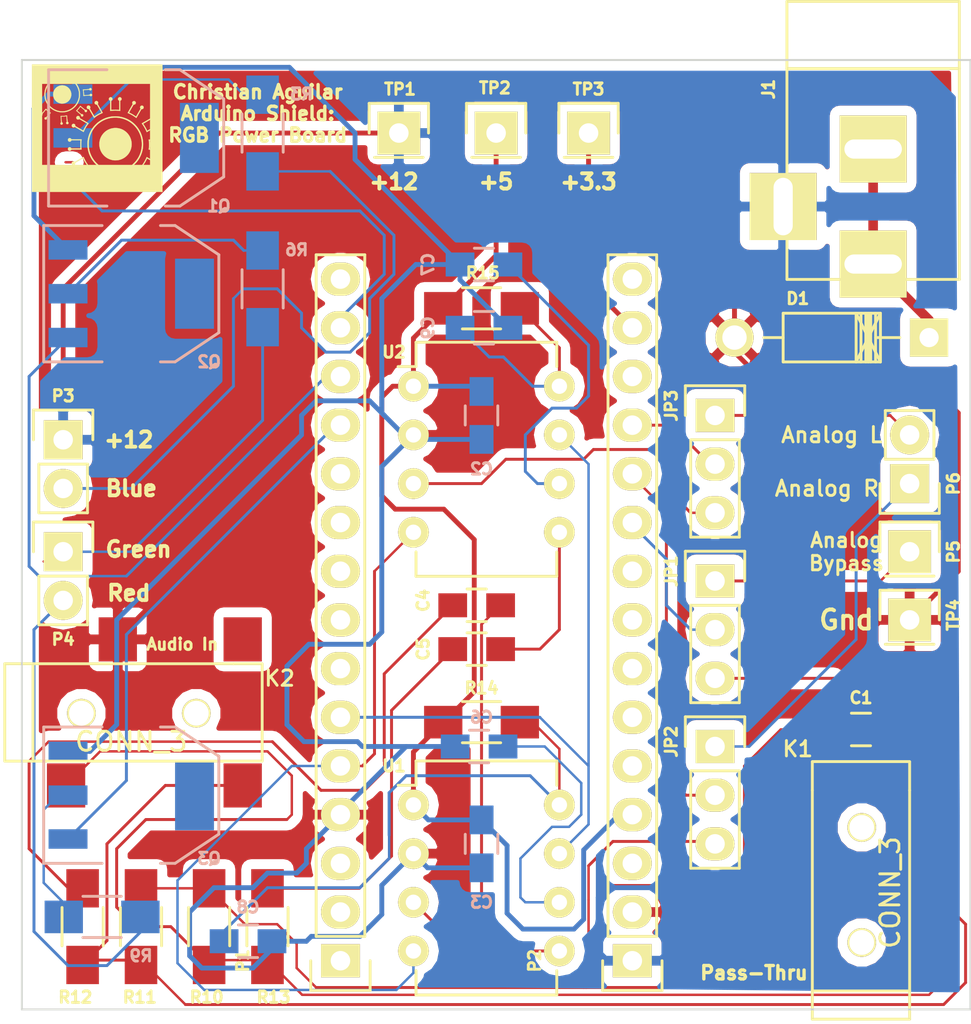
<source format=kicad_pcb>
(kicad_pcb (version 4) (host pcbnew 4.0.4-stable)
  (title_block (title GamingLighting) (date 2016-10-03) (rev A) (comment 1 "Christian Aguilar"))
  (layers (0 F.Cu signal) (31 B.Cu signal) (34 B.Paste user) (35 F.Paste user) (36 B.SilkS user) (37 F.SilkS user) (38 B.Mask user) (39 F.Mask user) (44 Edge.Cuts user))
  (net 0 "")
  (net 1 +12V)
  (net 2 +3.3V)
  (net 3 +5V)
  (net 4 /A0_EXT)
  (net 5 /A0_Right)
  (net 6 /A1_EXT)
  (net 7 /A1_Left)
  (net 8 /AudioByPass)
  (net 9 /AudioBypass_Ext)
  (net 10 /AudioInLeft)
  (net 11 /AudioInRight)
  (net 12 /D10)
  (net 13 /D11)
  (net 14 /D2)
  (net 15 /D3)
  (net 16 /D9)
  (net 17 /DigitalBandsLeft)
  (net 18 /DigitalBandsRight)
  (net 19 GND)
  (net 20 "Net-(C1-Pad1)")
  (net 21 "Net-(C1-Pad2)")
  (net 22 "Net-(C4-Pad1)")
  (net 23 "Net-(C4-Pad2)")
  (net 24 "Net-(C5-Pad1)")
  (net 25 "Net-(C5-Pad2)")
  (net 26 "Net-(C6-Pad1)")
  (net 27 "Net-(C7-Pad1)")
  (net 28 "Net-(C8-Pad1)")
  (net 29 "Net-(C9-Pad1)")
  (net 30 "Net-(D1-Pad1)")
  (net 31 "Net-(P3-Pad2)")
  (net 32 "Net-(P4-Pad1)")
  (net 33 "Net-(P4-Pad2)")
  (net 34 "Net-(Q1-Pad2)")
  (net 35 "Net-(Q2-Pad2)")
  (net 36 "Net-(Q3-Pad2)")
  (module Capacitors_SMD:C_0805_HandSoldering (layer F.Cu) (at 154.94 99.695 180)
    (fp_text reference C1 (at 0 1.651 180) (layer F.SilkS) (effects (font (size 0.6 0.6))))
    (fp_text value .01uF)
    (pad 1 smd rect (at -1.25 0 180) (size 1.5 1.25) (layers F.Cu F.Paste F.Mask) (net 20 "Net-(C1-Pad1)"))
    (pad 2 smd rect (at 1.25 0 180) (size 1.5 1.25) (layers F.Cu F.Paste F.Mask) (net 21 "Net-(C1-Pad2)"))
  )
  (module Capacitors_SMD:C_0805_HandSoldering (layer B.Cu) (at 135.128 83.312 270)
    (fp_text reference C2 (at 2.794 0 360) (layer B.SilkS) (effects (font (size 0.6 0.6)) (justify mirror)))
    (fp_text value .1uF)
    (pad 1 smd rect (at -1.25 0 270) (size 1.5 1.25) (layers B.Cu B.Paste B.Mask) (net 3 +5V))
    (pad 2 smd rect (at 1.25 0 270) (size 1.5 1.25) (layers B.Cu B.Paste B.Mask) (net 19 GND))
  )
  (module Capacitors_SMD:C_0805_HandSoldering (layer B.Cu) (at 135.128 105.664 270)
    (fp_text reference C3 (at 3.048 0 540) (layer B.SilkS) (effects (font (size 0.6 0.6)) (justify mirror)))
    (fp_text value .1uF)
    (pad 1 smd rect (at -1.25 0 270) (size 1.5 1.25) (layers B.Cu B.Paste B.Mask) (net 3 +5V))
    (pad 2 smd rect (at 1.25 0 270) (size 1.5 1.25) (layers B.Cu B.Paste B.Mask) (net 19 GND))
  )
  (module Capacitors_SMD:C_0805_HandSoldering (layer F.Cu) (at 134.874 93.218 180)
    (fp_text reference C4 (at 2.794 0.254 270) (layer F.SilkS) (effects (font (size 0.6 0.6))))
    (fp_text value .01uF)
    (pad 1 smd rect (at -1.25 0 180) (size 1.5 1.25) (layers F.Cu F.Paste F.Mask) (net 22 "Net-(C4-Pad1)"))
    (pad 2 smd rect (at 1.25 0 180) (size 1.5 1.25) (layers F.Cu F.Paste F.Mask) (net 23 "Net-(C4-Pad2)"))
  )
  (module Capacitors_SMD:C_0805_HandSoldering (layer F.Cu) (at 134.874 95.504 180)
    (fp_text reference C5 (at 2.794 0 270) (layer F.SilkS) (effects (font (size 0.6 0.6))))
    (fp_text value .01uF)
    (pad 1 smd rect (at -1.25 0 180) (size 1.5 1.25) (layers F.Cu F.Paste F.Mask) (net 24 "Net-(C5-Pad1)"))
    (pad 2 smd rect (at 1.25 0 180) (size 1.5 1.25) (layers F.Cu F.Paste F.Mask) (net 25 "Net-(C5-Pad2)"))
  )
  (module Capacitors_SMD:C_0805_HandSoldering (layer B.Cu) (at 135.001 100.584 180)
    (fp_text reference C6 (at -0.127 1.524 180) (layer B.SilkS) (effects (font (size 0.6 0.6)) (justify mirror)))
    (fp_text value .1uF)
    (pad 1 smd rect (at -1.25 0 180) (size 1.5 1.25) (layers B.Cu B.Paste B.Mask) (net 26 "Net-(C6-Pad1)"))
    (pad 2 smd rect (at 1.25 0 180) (size 1.5 1.25) (layers B.Cu B.Paste B.Mask) (net 19 GND))
  )
  (module Capacitors_SMD:C_0805_HandSoldering (layer B.Cu) (at 135.255 75.438 180)
    (fp_text reference C7 (at 2.921 0 270) (layer B.SilkS) (effects (font (size 0.6 0.6)) (justify mirror)))
    (fp_text value .1uF)
    (pad 1 smd rect (at -1.25 0 180) (size 1.5 1.25) (layers B.Cu B.Paste B.Mask) (net 27 "Net-(C7-Pad1)"))
    (pad 2 smd rect (at 1.25 0 180) (size 1.5 1.25) (layers B.Cu B.Paste B.Mask) (net 19 GND))
  )
  (module Capacitors_SMD:C_0805_HandSoldering (layer B.Cu) (at 122.936 110.744)
    (fp_text reference C8 (at 0 -1.778) (layer B.SilkS) (effects (font (size 0.6 0.6)) (justify mirror)))
    (fp_text value 33pF)
    (pad 1 smd rect (at -1.25 0) (size 1.5 1.25) (layers B.Cu B.Paste B.Mask) (net 28 "Net-(C8-Pad1)"))
    (pad 2 smd rect (at 1.25 0) (size 1.5 1.25) (layers B.Cu B.Paste B.Mask) (net 19 GND))
  )
  (module Capacitors_SMD:C_0805_HandSoldering (layer B.Cu) (at 135.255 78.74)
    (fp_text reference C9 (at -2.921 0 90) (layer B.SilkS) (effects (font (size 0.6 0.6)) (justify mirror)))
    (fp_text value 33pF)
    (pad 1 smd rect (at -1.25 0) (size 1.5 1.25) (layers B.Cu B.Paste B.Mask) (net 29 "Net-(C9-Pad1)"))
    (pad 2 smd rect (at 1.25 0) (size 1.5 1.25) (layers B.Cu B.Paste B.Mask) (net 19 GND))
  )
  (module Diodes_ThroughHole:Diode_DO-41_SOD81_Horizontal_RM10 (layer F.Cu) (at 158.496 79.248 180)
    (fp_text reference D1 (at 6.858 2.032 180) (layer F.SilkS) (effects (font (size 0.6 0.6))))
    (fp_text value DIODE)
    (pad 2 thru_hole circle (at 10.16 -0.00254) (size 1.99898 1.99898) (drill 1.27) (layers *.Cu *.Mask F.SilkS) (net 19 GND))
    (pad 1 thru_hole rect (at 0 -0.00254) (size 1.99898 1.99898) (drill 1.00076) (layers *.Cu *.Mask F.SilkS) (net 30 "Net-(D1-Pad1)"))
  )
  (module Connect:BARREL_JACK (layer F.Cu) (at 155.575 69.215 270)
    (fp_text reference J1 (at -2.921 5.461 450) (layer F.SilkS) (effects (font (size 0.6 0.6))))
    (fp_text value JACK_2P)
    (pad 1 thru_hole rect (at 6.20014 0 270) (size 3.50012 3.50012) (drill oval 1.00076 2.99974) (layers *.Cu *.Mask F.SilkS) (net 30 "Net-(D1-Pad1)"))
    (pad 2 thru_hole rect (at 0.20066 0 270) (size 3.50012 3.50012) (drill oval 1.00076 2.99974) (layers *.Cu *.Mask F.SilkS) (net 30 "Net-(D1-Pad1)"))
    (pad 3 thru_hole rect (at 3.2004 4.699 270) (size 3.50012 3.50012) (drill oval 2.99974 1.00076) (layers *.Cu *.Mask F.SilkS) (net 1 +12V))
  )
  (module Pin_Headers:Pin_Header_Straight_1x03 (layer F.Cu) (at 147.32 91.948)
    (fp_text reference JP1 (at -2.286 -0.508 90) (layer F.SilkS) (effects (font (size 0.6 0.6))))
    (fp_text value JUMPER3)
    (pad 1 thru_hole rect (at 0 0) (size 2.032 1.7272) (drill 1.016) (layers *.Cu *.Mask F.SilkS) (net 9 /AudioBypass_Ext))
    (pad 2 thru_hole oval (at 0 2.54) (size 2.032 1.7272) (drill 1.016) (layers *.Cu *.Mask F.SilkS) (net 8 /AudioByPass))
    (pad 3 thru_hole oval (at 0 5.08) (size 2.032 1.7272) (drill 1.016) (layers *.Cu *.Mask F.SilkS) (net 20 "Net-(C1-Pad1)"))
  )
  (module Pin_Headers:Pin_Header_Straight_1x03 (layer F.Cu) (at 147.32 100.584)
    (fp_text reference JP2 (at -2.286 -0.254 90) (layer F.SilkS) (effects (font (size 0.6 0.6))))
    (fp_text value JUMPER3)
    (pad 1 thru_hole rect (at 0 0) (size 2.032 1.7272) (drill 1.016) (layers *.Cu *.Mask F.SilkS) (net 6 /A1_EXT))
    (pad 2 thru_hole oval (at 0 2.54) (size 2.032 1.7272) (drill 1.016) (layers *.Cu *.Mask F.SilkS) (net 7 /A1_Left))
    (pad 3 thru_hole oval (at 0 5.08) (size 2.032 1.7272) (drill 1.016) (layers *.Cu *.Mask F.SilkS) (net 17 /DigitalBandsLeft))
  )
  (module Pin_Headers:Pin_Header_Straight_1x03 (layer F.Cu) (at 147.32 83.312)
    (fp_text reference JP3 (at -2.286 -0.508 90) (layer F.SilkS) (effects (font (size 0.6 0.6))))
    (fp_text value JUMPER3)
    (pad 1 thru_hole rect (at 0 0) (size 2.032 1.7272) (drill 1.016) (layers *.Cu *.Mask F.SilkS) (net 4 /A0_EXT))
    (pad 2 thru_hole oval (at 0 2.54) (size 2.032 1.7272) (drill 1.016) (layers *.Cu *.Mask F.SilkS) (net 5 /A0_Right))
    (pad 3 thru_hole oval (at 0 5.08) (size 2.032 1.7272) (drill 1.016) (layers *.Cu *.Mask F.SilkS) (net 18 /DigitalBandsRight))
  )
  (module Pin_Headers:Pin_Header_Straight_1x02 (layer F.Cu) (at 113.284 84.582)
    (fp_text reference P3 (at 0 -2.286 180) (layer F.SilkS) (effects (font (size 0.6 0.6))))
    (fp_text value CONN_2)
    (pad 1 thru_hole rect (at 0 0) (size 2.032 2.032) (drill 1.016) (layers *.Cu *.Mask F.SilkS) (net 1 +12V))
    (pad 2 thru_hole oval (at 0 2.54) (size 2.032 2.032) (drill 1.016) (layers *.Cu *.Mask F.SilkS) (net 31 "Net-(P3-Pad2)"))
  )
  (module Pin_Headers:Pin_Header_Straight_1x02 (layer F.Cu) (at 113.284 90.424)
    (fp_text reference P4 (at 0 4.572 180) (layer F.SilkS) (effects (font (size 0.6 0.6))))
    (fp_text value CONN_2)
    (pad 1 thru_hole rect (at 0 0) (size 2.032 2.032) (drill 1.016) (layers *.Cu *.Mask F.SilkS) (net 32 "Net-(P4-Pad1)"))
    (pad 2 thru_hole oval (at 0 2.54) (size 2.032 2.032) (drill 1.016) (layers *.Cu *.Mask F.SilkS) (net 33 "Net-(P4-Pad2)"))
  )
  (module Pin_Headers:Pin_Header_Straight_1x01 (layer F.Cu) (at 157.48 90.424)
    (fp_text reference P5 (at 2.286 0 90) (layer F.SilkS) (effects (font (size 0.6 0.6))))
    (fp_text value CONN_1)
    (pad 1 thru_hole rect (at 0 0) (size 2.2352 2.2352) (drill 1.016) (layers *.Cu *.Mask F.SilkS) (net 9 /AudioBypass_Ext))
  )
  (module Pin_Headers:Pin_Header_Straight_1x02 (layer F.Cu) (at 157.48 86.868 180)
    (fp_text reference P6 (at -2.286 0 270) (layer F.SilkS) (effects (font (size 0.6 0.6))))
    (fp_text value CONN_2)
    (pad 1 thru_hole rect (at 0 0 180) (size 2.032 2.032) (drill 1.016) (layers *.Cu *.Mask F.SilkS) (net 6 /A1_EXT))
    (pad 2 thru_hole oval (at 0 2.54 180) (size 2.032 2.032) (drill 1.016) (layers *.Cu *.Mask F.SilkS) (net 4 /A0_EXT))
  )
  (module Resistors_SMD:R_1206_HandSoldering (layer B.Cu) (at 123.698 68.58 90)
    (fp_text reference R3 (at 2.032 2.032 180) (layer B.SilkS) (effects (font (size 0.6 0.6)) (justify mirror)))
    (fp_text value 10)
    (pad 1 smd rect (at -2 0 90) (size 2 1.7) (layers B.Cu B.Paste B.Mask) (net 31 "Net-(P3-Pad2)"))
    (pad 2 smd rect (at 2 0 90) (size 2 1.7) (layers B.Cu B.Paste B.Mask) (net 34 "Net-(Q1-Pad2)"))
  )
  (module Resistors_SMD:R_1206_HandSoldering (layer B.Cu) (at 123.698 76.708 90)
    (fp_text reference R6 (at 2.032 1.778 180) (layer B.SilkS) (effects (font (size 0.6 0.6)) (justify mirror)))
    (fp_text value 10)
    (pad 1 smd rect (at -2 0 90) (size 2 1.7) (layers B.Cu B.Paste B.Mask) (net 32 "Net-(P4-Pad1)"))
    (pad 2 smd rect (at 2 0 90) (size 2 1.7) (layers B.Cu B.Paste B.Mask) (net 35 "Net-(Q2-Pad2)"))
  )
  (module Resistors_SMD:R_1206_HandSoldering (layer B.Cu) (at 115.316 109.474 180)
    (fp_text reference R9 (at -2.032 -2.032 180) (layer B.SilkS) (effects (font (size 0.6 0.6)) (justify mirror)))
    (fp_text value 20)
    (pad 1 smd rect (at -2 0 180) (size 2 1.7) (layers B.Cu B.Paste B.Mask) (net 33 "Net-(P4-Pad2)"))
    (pad 2 smd rect (at 2 0 180) (size 2 1.7) (layers B.Cu B.Paste B.Mask) (net 36 "Net-(Q3-Pad2)"))
  )
  (module Resistors_SMD:R_1206_HandSoldering (layer F.Cu) (at 120.904 109.982 270)
    (fp_text reference R10 (at 3.683 0.127 360) (layer F.SilkS) (effects (font (size 0.6 0.6))))
    (fp_text value 22k)
    (pad 1 smd rect (at -2 0 270) (size 2 1.7) (layers F.Cu F.Paste F.Mask) (net 21 "Net-(C1-Pad2)"))
    (pad 2 smd rect (at 2 0 270) (size 2 1.7) (layers F.Cu F.Paste F.Mask) (net 11 /AudioInRight))
  )
  (module Resistors_SMD:R_1206_HandSoldering (layer F.Cu) (at 117.348 109.982 270)
    (fp_text reference R11 (at 3.683 0.0635 360) (layer F.SilkS) (effects (font (size 0.6 0.6))))
    (fp_text value 22k)
    (pad 1 smd rect (at -2 0 270) (size 2 1.7) (layers F.Cu F.Paste F.Mask) (net 21 "Net-(C1-Pad2)"))
    (pad 2 smd rect (at 2 0 270) (size 2 1.7) (layers F.Cu F.Paste F.Mask) (net 10 /AudioInLeft))
  )
  (module Resistors_SMD:R_1206_HandSoldering (layer F.Cu) (at 114.3 109.982 270)
    (fp_text reference R12 (at 3.683 0.381 360) (layer F.SilkS) (effects (font (size 0.6 0.6))))
    (fp_text value 22k)
    (pad 1 smd rect (at -2 0 270) (size 2 1.7) (layers F.Cu F.Paste F.Mask) (net 23 "Net-(C4-Pad2)"))
    (pad 2 smd rect (at 2 0 270) (size 2 1.7) (layers F.Cu F.Paste F.Mask) (net 10 /AudioInLeft))
  )
  (module Resistors_SMD:R_1206_HandSoldering (layer F.Cu) (at 123.952 109.982 270)
    (fp_text reference R13 (at 3.683 -0.3175 360) (layer F.SilkS) (effects (font (size 0.6 0.6))))
    (fp_text value 22k)
    (pad 1 smd rect (at -2 0 270) (size 2 1.7) (layers F.Cu F.Paste F.Mask) (net 25 "Net-(C5-Pad2)"))
    (pad 2 smd rect (at 2 0 270) (size 2 1.7) (layers F.Cu F.Paste F.Mask) (net 11 /AudioInRight))
  )
  (module Resistors_SMD:R_1206_HandSoldering (layer F.Cu) (at 135.128 99.314 180)
    (fp_text reference R14 (at 0 1.778 180) (layer F.SilkS) (effects (font (size 0.6 0.6))))
    (fp_text value 200k)
    (pad 1 smd rect (at -2 0 180) (size 2 1.7) (layers F.Cu F.Paste F.Mask) (net 28 "Net-(C8-Pad1)"))
    (pad 2 smd rect (at 2 0 180) (size 2 1.7) (layers F.Cu F.Paste F.Mask) (net 3 +5V))
  )
  (module Resistors_SMD:R_1206_HandSoldering (layer F.Cu) (at 135.128 77.724 180)
    (fp_text reference R15 (at -0.0635 1.8415 180) (layer F.SilkS) (effects (font (size 0.6 0.6))))
    (fp_text value 200k)
    (pad 1 smd rect (at -2 0 180) (size 2 1.7) (layers F.Cu F.Paste F.Mask) (net 29 "Net-(C9-Pad1)"))
    (pad 2 smd rect (at 2 0 180) (size 2 1.7) (layers F.Cu F.Paste F.Mask) (net 3 +5V))
  )
  (module Pin_Headers:Pin_Header_Straight_1x01 (layer F.Cu) (at 130.81 68.58)
    (fp_text reference TP1 (at 0.0635 -2.286) (layer F.SilkS) (effects (font (size 0.6 0.6))))
    (fp_text value CONN_01X01)
    (pad 1 thru_hole rect (at 0 0) (size 2.2352 2.2352) (drill 1.016) (layers *.Cu *.Mask F.SilkS) (net 1 +12V))
  )
  (module Pin_Headers:Pin_Header_Straight_1x01 (layer F.Cu) (at 135.89 68.58)
    (fp_text reference TP2 (at -0.0635 -2.3495) (layer F.SilkS) (effects (font (size 0.6 0.6))))
    (fp_text value CONN_01X01)
    (pad 1 thru_hole rect (at 0 0) (size 2.2352 2.2352) (drill 1.016) (layers *.Cu *.Mask F.SilkS) (net 3 +5V))
  )
  (module Pin_Headers:Pin_Header_Straight_1x01 (layer F.Cu) (at 140.716 68.58)
    (fp_text reference TP3 (at 0 -2.286) (layer F.SilkS) (effects (font (size 0.6 0.6))))
    (fp_text value CONN_01X01)
    (pad 1 thru_hole rect (at 0 0) (size 2.2352 2.2352) (drill 1.016) (layers *.Cu *.Mask F.SilkS) (net 2 +3.3V))
  )
  (module Pin_Headers:Pin_Header_Straight_1x01 (layer F.Cu) (at 157.48 93.98)
    (fp_text reference TP4 (at 2.286 -0.254 90) (layer F.SilkS) (effects (font (size 0.6 0.6))))
    (fp_text value CONN_01X01)
    (pad 1 thru_hole rect (at 0 0) (size 2.2352 2.2352) (drill 1.016) (layers *.Cu *.Mask F.SilkS) (net 19 GND))
  )
  (module Housings_DIP:DIP-8_W7.62mm (layer F.Cu) (at 131.572 103.632)
    (fp_text reference U1 (at -1.016 -2.032) (layer F.SilkS) (effects (font (size 0.6 0.6))))
    (fp_text value MSGEQ7)
    (pad 1 thru_hole oval (at 0 0) (size 1.6 1.6) (drill 0.8) (layers *.Cu *.Mask F.SilkS) (net 3 +5V))
    (pad 2 thru_hole oval (at 0 2.54) (size 1.6 1.6) (drill 0.8) (layers *.Cu *.Mask F.SilkS) (net 19 GND))
    (pad 3 thru_hole oval (at 0 5.08) (size 1.6 1.6) (drill 0.8) (layers *.Cu *.Mask F.SilkS) (net 17 /DigitalBandsLeft))
    (pad 4 thru_hole oval (at 0 7.62) (size 1.6 1.6) (drill 0.8) (layers *.Cu *.Mask F.SilkS) (net 14 /D2))
    (pad 5 thru_hole oval (at 7.62 7.62) (size 1.6 1.6) (drill 0.8) (layers *.Cu *.Mask F.SilkS) (net 22 "Net-(C4-Pad1)"))
    (pad 6 thru_hole oval (at 7.62 5.08) (size 1.6 1.6) (drill 0.8) (layers *.Cu *.Mask F.SilkS) (net 26 "Net-(C6-Pad1)"))
    (pad 7 thru_hole oval (at 7.62 2.54) (size 1.6 1.6) (drill 0.8) (layers *.Cu *.Mask F.SilkS) (net 15 /D3))
    (pad 8 thru_hole oval (at 7.62 0) (size 1.6 1.6) (drill 0.8) (layers *.Cu *.Mask F.SilkS) (net 28 "Net-(C8-Pad1)"))
  )
  (module Housings_DIP:DIP-8_W7.62mm (layer F.Cu) (at 131.572 81.788)
    (fp_text reference U2 (at -1.016 -1.778) (layer F.SilkS) (effects (font (size 0.6 0.6))))
    (fp_text value MSGEQ7)
    (pad 1 thru_hole oval (at 0 0) (size 1.6 1.6) (drill 0.8) (layers *.Cu *.Mask F.SilkS) (net 3 +5V))
    (pad 2 thru_hole oval (at 0 2.54) (size 1.6 1.6) (drill 0.8) (layers *.Cu *.Mask F.SilkS) (net 19 GND))
    (pad 3 thru_hole oval (at 0 5.08) (size 1.6 1.6) (drill 0.8) (layers *.Cu *.Mask F.SilkS) (net 18 /DigitalBandsRight))
    (pad 4 thru_hole oval (at 0 7.62) (size 1.6 1.6) (drill 0.8) (layers *.Cu *.Mask F.SilkS) (net 14 /D2))
    (pad 5 thru_hole oval (at 7.62 7.62) (size 1.6 1.6) (drill 0.8) (layers *.Cu *.Mask F.SilkS) (net 24 "Net-(C5-Pad1)"))
    (pad 6 thru_hole oval (at 7.62 5.08) (size 1.6 1.6) (drill 0.8) (layers *.Cu *.Mask F.SilkS) (net 27 "Net-(C7-Pad1)"))
    (pad 7 thru_hole oval (at 7.62 2.54) (size 1.6 1.6) (drill 0.8) (layers *.Cu *.Mask F.SilkS) (net 15 /D3))
    (pad 8 thru_hole oval (at 7.62 0) (size 1.6 1.6) (drill 0.8) (layers *.Cu *.Mask F.SilkS) (net 29 "Net-(C9-Pad1)"))
  )
  (module Socket_Strips:Socket_Strip_Straight_1x15 (layer F.Cu) (at 127.762 111.76 90)
    (fp_text reference P1 (at 0 -5.1 90) (layer F.SilkS) (effects (font (size 0.6 0.6))))
    (fp_text value CONN_01X15)
    (pad 1 thru_hole rect (at 0 0 90) (size 1.7272 2.032) (drill 1.016) (layers *.Cu *.Mask F.SilkS))
    (pad 2 thru_hole oval (at 2.54 0 90) (size 1.7272 2.032) (drill 1.016) (layers *.Cu *.Mask F.SilkS))
    (pad 3 thru_hole oval (at 5.08 0 90) (size 1.7272 2.032) (drill 1.016) (layers *.Cu *.Mask F.SilkS))
    (pad 4 thru_hole oval (at 7.62 0 90) (size 1.7272 2.032) (drill 1.016) (layers *.Cu *.Mask F.SilkS) (net 19 GND))
    (pad 5 thru_hole oval (at 10.16 0 90) (size 1.7272 2.032) (drill 1.016) (layers *.Cu *.Mask F.SilkS) (net 14 /D2))
    (pad 6 thru_hole oval (at 12.7 0 90) (size 1.7272 2.032) (drill 1.016) (layers *.Cu *.Mask F.SilkS) (net 15 /D3))
    (pad 7 thru_hole oval (at 15.24 0 90) (size 1.7272 2.032) (drill 1.016) (layers *.Cu *.Mask F.SilkS))
    (pad 8 thru_hole oval (at 17.78 0 90) (size 1.7272 2.032) (drill 1.016) (layers *.Cu *.Mask F.SilkS))
    (pad 9 thru_hole oval (at 20.32 0 90) (size 1.7272 2.032) (drill 1.016) (layers *.Cu *.Mask F.SilkS))
    (pad 10 thru_hole oval (at 22.86 0 90) (size 1.7272 2.032) (drill 1.016) (layers *.Cu *.Mask F.SilkS))
    (pad 11 thru_hole oval (at 25.4 0 90) (size 1.7272 2.032) (drill 1.016) (layers *.Cu *.Mask F.SilkS))
    (pad 12 thru_hole oval (at 27.94 0 90) (size 1.7272 2.032) (drill 1.016) (layers *.Cu *.Mask F.SilkS) (net 16 /D9))
    (pad 13 thru_hole oval (at 30.48 0 90) (size 1.7272 2.032) (drill 1.016) (layers *.Cu *.Mask F.SilkS) (net 12 /D10))
    (pad 14 thru_hole oval (at 33.02 0 90) (size 1.7272 2.032) (drill 1.016) (layers *.Cu *.Mask F.SilkS) (net 13 /D11))
    (pad 15 thru_hole oval (at 35.56 0 90) (size 1.7272 2.032) (drill 1.016) (layers *.Cu *.Mask F.SilkS))
  )
  (module Socket_Strips:Socket_Strip_Straight_1x15 (layer F.Cu) (at 143.002 111.76 90)
    (fp_text reference P2 (at 0 -5.1 90) (layer F.SilkS) (effects (font (size 0.6 0.6))))
    (fp_text value CONN_01X15)
    (pad 1 thru_hole rect (at 0 0 90) (size 1.7272 2.032) (drill 1.016) (layers *.Cu *.Mask F.SilkS) (net 1 +12V))
    (pad 2 thru_hole oval (at 2.54 0 90) (size 1.7272 2.032) (drill 1.016) (layers *.Cu *.Mask F.SilkS) (net 19 GND))
    (pad 3 thru_hole oval (at 5.08 0 90) (size 1.7272 2.032) (drill 1.016) (layers *.Cu *.Mask F.SilkS))
    (pad 4 thru_hole oval (at 7.62 0 90) (size 1.7272 2.032) (drill 1.016) (layers *.Cu *.Mask F.SilkS) (net 3 +5V))
    (pad 5 thru_hole oval (at 10.16 0 90) (size 1.7272 2.032) (drill 1.016) (layers *.Cu *.Mask F.SilkS))
    (pad 6 thru_hole oval (at 12.7 0 90) (size 1.7272 2.032) (drill 1.016) (layers *.Cu *.Mask F.SilkS))
    (pad 7 thru_hole oval (at 15.24 0 90) (size 1.7272 2.032) (drill 1.016) (layers *.Cu *.Mask F.SilkS))
    (pad 8 thru_hole oval (at 17.78 0 90) (size 1.7272 2.032) (drill 1.016) (layers *.Cu *.Mask F.SilkS))
    (pad 9 thru_hole oval (at 20.32 0 90) (size 1.7272 2.032) (drill 1.016) (layers *.Cu *.Mask F.SilkS))
    (pad 10 thru_hole oval (at 22.86 0 90) (size 1.7272 2.032) (drill 1.016) (layers *.Cu *.Mask F.SilkS) (net 8 /AudioByPass))
    (pad 11 thru_hole oval (at 25.4 0 90) (size 1.7272 2.032) (drill 1.016) (layers *.Cu *.Mask F.SilkS) (net 7 /A1_Left))
    (pad 12 thru_hole oval (at 27.94 0 90) (size 1.7272 2.032) (drill 1.016) (layers *.Cu *.Mask F.SilkS) (net 5 /A0_Right))
    (pad 13 thru_hole oval (at 30.48 0 90) (size 1.7272 2.032) (drill 1.016) (layers *.Cu *.Mask F.SilkS))
    (pad 14 thru_hole oval (at 33.02 0 90) (size 1.7272 2.032) (drill 1.016) (layers *.Cu *.Mask F.SilkS) (net 2 +3.3V))
    (pad 15 thru_hole oval (at 35.56 0 90) (size 1.7272 2.032) (drill 1.016) (layers *.Cu *.Mask F.SilkS))
  )
  (module TO_SOT_Packages_SMD:SOT-223 (layer B.Cu) (at 117.094 68.834 90)
    (fp_text reference Q1 (at -3.556 4.318 180) (layer B.SilkS) (effects (font (size 0.6 0.6)) (justify mirror)))
    (fp_text value Q_NMOS_GDS)
    (pad 4 smd rect (at 0 3.302 90) (size 3.6576 2.032) (layers B.Cu B.Paste B.Mask))
    (pad 2 smd rect (at 0 -3.302 90) (size 1.016 2.032) (layers B.Cu B.Paste B.Mask) (net 34 "Net-(Q1-Pad2)"))
    (pad 3 smd rect (at 2.286 -3.302 90) (size 1.016 2.032) (layers B.Cu B.Paste B.Mask) (net 19 GND))
    (pad 1 smd rect (at -2.286 -3.302 90) (size 1.016 2.032) (layers B.Cu B.Paste B.Mask) (net 13 /D11))
  )
  (module TO_SOT_Packages_SMD:SOT-223 (layer B.Cu) (at 116.84 76.962 90)
    (fp_text reference Q2 (at -3.556 4.064 180) (layer B.SilkS) (effects (font (size 0.6 0.6)) (justify mirror)))
    (fp_text value Q_NMOS_GDS)
    (pad 4 smd rect (at 0 3.302 90) (size 3.6576 2.032) (layers B.Cu B.Paste B.Mask))
    (pad 2 smd rect (at 0 -3.302 90) (size 1.016 2.032) (layers B.Cu B.Paste B.Mask) (net 35 "Net-(Q2-Pad2)"))
    (pad 3 smd rect (at 2.286 -3.302 90) (size 1.016 2.032) (layers B.Cu B.Paste B.Mask) (net 19 GND))
    (pad 1 smd rect (at -2.286 -3.302 90) (size 1.016 2.032) (layers B.Cu B.Paste B.Mask) (net 12 /D10))
  )
  (module TO_SOT_Packages_SMD:SOT-223 (layer B.Cu) (at 116.84 103.124 90)
    (fp_text reference Q3 (at -3.302 4.064 180) (layer B.SilkS) (effects (font (size 0.6 0.6)) (justify mirror)))
    (fp_text value Q_NMOS_GDS)
    (pad 4 smd rect (at 0 3.302 90) (size 3.6576 2.032) (layers B.Cu B.Paste B.Mask))
    (pad 2 smd rect (at 0 -3.302 90) (size 1.016 2.032) (layers B.Cu B.Paste B.Mask) (net 36 "Net-(Q3-Pad2)"))
    (pad 3 smd rect (at 2.286 -3.302 90) (size 1.016 2.032) (layers B.Cu B.Paste B.Mask) (net 19 GND))
    (pad 1 smd rect (at -2.286 -3.302 90) (size 1.016 2.032) (layers B.Cu B.Paste B.Mask) (net 16 /D9))
  )
  (module AudioConn:LOGO (layer F.Cu) (at 115.062 68.326)
    (fp_text reference G*** hide)
    (fp_text value LOGO hide)
  )
  (module AudioConn:AudioJack (layer F.Cu) (at 110.236 101.346 90)
    (fp_text reference K2 (at 4.318 14.351 180) (layer F.SilkS) (effects (font (size 0.8 0.8))))
    (fp_text value CONN_3 (at 1.016 6.604 180) (layer F.SilkS))
    (pad 4 smd rect (at 6.35 12.422 90) (size 2.3 2) (layers F.Cu F.Paste F.Mask))
    (pad 1 smd rect (at -1.27 3.2 90) (size 2.3 2) (layers F.Cu F.Paste F.Mask) (net 11 /AudioInRight))
    (pad 2 smd rect (at -1.27 12.422 90) (size 2.3 2) (layers F.Cu F.Paste F.Mask) (net 10 /AudioInLeft))
    (pad 3 smd rect (at 6.35 5.9 90) (size 2.3 2) (layers F.Cu F.Paste F.Mask) (net 19 GND))
    (pad "" np_thru_hole circle (at 2.5 4 90) (size 1.5 1.5) (drill 1.3) (layers *.Cu *.Mask F.SilkS))
    (pad "" np_thru_hole circle (at 2.5 10 90) (size 1.5 1.5) (drill 1.3) (layers *.Cu *.Mask F.SilkS))
  )
  (module AudioConn:AudioJack (layer F.Cu) (at 157.48 114.808 180)
    (fp_text reference K1 (at 5.842 14.097 180) (layer F.SilkS) (effects (font (size 0.8 0.8))))
    (fp_text value CONN_3 (at 1.016 6.604 270) (layer F.SilkS))
    (pad 4 smd rect (at 6.35 12.422 180) (size 2.3 2) (layers F.Cu F.Paste F.Mask))
    (pad 1 smd rect (at -1.27 3.2 180) (size 2.3 2) (layers F.Cu F.Paste F.Mask) (net 11 /AudioInRight))
    (pad 2 smd rect (at -1.27 12.422 180) (size 2.3 2) (layers F.Cu F.Paste F.Mask) (net 10 /AudioInLeft))
    (pad 3 smd rect (at 6.35 5.9 180) (size 2.3 2) (layers F.Cu F.Paste F.Mask) (net 19 GND))
    (pad "" np_thru_hole circle (at 2.5 4 180) (size 1.5 1.5) (drill 1.3) (layers *.Cu *.Mask F.SilkS))
    (pad "" np_thru_hole circle (at 2.5 10 180) (size 1.5 1.5) (drill 1.3) (layers *.Cu *.Mask F.SilkS))
  )
  (gr_text Pass-Thru (at 149.352 112.395) (layer F.SilkS) (effects (font (size 0.7 0.7) (thickness 0.175))))
  (gr_text "Christian Aguilar\nArduino Shield:\nRGB Power Board" (at 123.444 67.564) (layer F.SilkS) (effects (font (size 0.7 0.7) (thickness 0.175))))
  (gr_text "Audio In" (at 119.507 95.25) (layer F.SilkS) (effects (font (size 0.6 0.6))))
  (gr_text Gnd (at 154.178 93.98) (layer F.SilkS) (effects (font (size 1 1) (thickness 0.2))))
  (gr_text "Analog R" (at 153.162 87.122) (layer F.SilkS) (effects (font (size 0.8 0.8))))
  (gr_text "Analog\nBypass" (at 154.178 90.424) (layer F.SilkS) (effects (font (size 0.75 0.75))))
  (gr_text "Analog L" (at 153.416 84.328) (layer F.SilkS) (effects (font (size 0.8 0.8))))
  (gr_text +3.3 (at 140.716 71.12) (layer F.SilkS) (effects (font (size 0.8 0.8) (thickness 0.2))))
  (gr_text +5 (at 135.89 71.12) (layer F.SilkS) (effects (font (size 0.8 0.8) (thickness 0.2))))
  (gr_text +12 (at 130.556 71.12) (layer F.SilkS) (effects (font (size 0.8 0.8) (thickness 0.2))))
  (gr_text Red (at 116.713 92.583) (layer F.SilkS) (effects (font (size 0.8 0.8) (thickness 0.2))))
  (gr_text Green (at 117.221 90.297) (layer F.SilkS) (effects (font (size 0.8 0.8) (thickness 0.2))))
  (gr_text Blue (at 116.84 87.122) (layer F.SilkS) (effects (font (size 0.8 0.8) (thickness 0.2))))
  (gr_text +12 (at 116.713 84.582) (layer F.SilkS) (effects (font (size 0.8 0.8) (thickness 0.2))))
  (gr_line (start 160.655 64.77) (end 111.125 64.77) (angle 90) (layer Edge.Cuts) (width 0.1))
  (gr_line (start 160.655 114.3) (end 160.655 64.77) (angle 90) (layer Edge.Cuts) (width 0.1))
  (gr_line (start 111.125 114.3) (end 160.655 114.3) (angle 90) (layer Edge.Cuts) (width 0.1))
  (gr_line (start 111.125 64.77) (end 111.125 114.3) (angle 90) (layer Edge.Cuts) (width 0.1))
  (segment (start 113.411 70.104) (end 113.792 70.104) (width 0.127) (layer F.Cu) (net 0))
  (segment (start 113.284 84.582) (end 113.284 76.708) (width 0.254) (layer F.Cu) (net 1))
  (segment (start 121.412 68.58) (end 130.81 68.58) (width 0.254) (layer F.Cu) (net 1))
  (segment (start 113.284 76.708) (end 121.412 68.58) (width 0.254) (layer F.Cu) (net 1))
  (segment (start 132.588 72.39) (end 150.8506 72.39) (width 0.254) (layer B.Cu) (net 1))
  (segment (start 150.8506 72.39) (end 150.876 72.4154) (width 0.254) (layer B.Cu) (net 1))
  (segment (start 130.81 68.58) (end 130.81 70.612) (width 0.254) (layer B.Cu) (net 1))
  (segment (start 130.81 70.612) (end 132.588 72.39) (width 0.254) (layer B.Cu) (net 1))
  (segment (start 132.588 72.39) (end 132.6134 72.4154) (width 0.254) (layer B.Cu) (net 1))
  (segment (start 141.732 107.95) (end 151.384 107.95) (width 0.254) (layer B.Cu) (net 1))
  (segment (start 141.224 108.458) (end 141.732 107.95) (width 0.254) (layer B.Cu) (net 1))
  (segment (start 141.224 111.252) (end 141.224 108.458) (width 0.254) (layer B.Cu) (net 1))
  (segment (start 159.766 84.582) (end 151.003 75.819) (width 0.254) (layer B.Cu) (net 1))
  (segment (start 159.766 97.917) (end 159.766 84.582) (width 0.254) (layer B.Cu) (net 1))
  (segment (start 156.845 100.838) (end 159.766 97.917) (width 0.254) (layer B.Cu) (net 1))
  (segment (start 156.845 106.807) (end 156.845 100.838) (width 0.254) (layer B.Cu) (net 1))
  (segment (start 151.003 75.819) (end 151.003 72.5424) (width 0.254) (layer B.Cu) (net 1))
  (segment (start 155.702 107.95) (end 156.845 106.807) (width 0.254) (layer B.Cu) (net 1))
  (segment (start 151.384 107.95) (end 155.702 107.95) (width 0.254) (layer B.Cu) (net 1))
  (segment (start 151.003 72.5424) (end 150.876 72.4154) (width 0.254) (layer B.Cu) (net 1))
  (segment (start 142.875 111.76) (end 141.732 111.76) (width 0.254) (layer B.Cu) (net 1))
  (segment (start 141.732 111.76) (end 141.224 111.252) (width 0.254) (layer B.Cu) (net 1))
  (segment (start 140.716 68.58) (end 140.716 76.454) (width 0.254) (layer F.Cu) (net 2))
  (segment (start 140.716 76.454) (end 143.002 78.74) (width 0.254) (layer F.Cu) (net 2))
  (segment (start 141.478 68.58) (end 141.478 69.374) (width 0.254) (layer F.Cu) (net 2))
  (segment (start 135.89 68.58) (end 135.89 74.962) (width 0.254) (layer F.Cu) (net 3))
  (segment (start 135.89 74.962) (end 133.128 77.724) (width 0.254) (layer F.Cu) (net 3))
  (segment (start 133.128 99.314) (end 133.1595 99.314) (width 0.254) (layer F.Cu) (net 3))
  (segment (start 133.1595 99.314) (end 134.747 97.7265) (width 0.254) (layer F.Cu) (net 3))
  (segment (start 130.4925 81.788) (end 131.572 81.788) (width 0.254) (layer F.Cu) (net 3))
  (segment (start 129.921 82.3595) (end 130.4925 81.788) (width 0.254) (layer F.Cu) (net 3))
  (segment (start 129.921 87.503) (end 129.921 82.3595) (width 0.254) (layer F.Cu) (net 3))
  (segment (start 130.6195 88.2015) (end 129.921 87.503) (width 0.254) (layer F.Cu) (net 3))
  (segment (start 133.1595 88.2015) (end 130.6195 88.2015) (width 0.254) (layer F.Cu) (net 3))
  (segment (start 134.747 89.789) (end 133.1595 88.2015) (width 0.254) (layer F.Cu) (net 3))
  (segment (start 134.747 97.7265) (end 134.747 89.789) (width 0.254) (layer F.Cu) (net 3))
  (segment (start 136.4615 105.7475) (end 135.128 104.414) (width 0.254) (layer B.Cu) (net 3))
  (segment (start 131.572 81.788) (end 131.572 79.28) (width 0.254) (layer F.Cu) (net 3))
  (segment (start 131.572 79.28) (end 133.128 77.724) (width 0.254) (layer F.Cu) (net 3))
  (segment (start 131.572 81.788) (end 134.854 81.788) (width 0.254) (layer B.Cu) (net 3))
  (segment (start 134.854 81.788) (end 135.128 82.062) (width 0.254) (layer B.Cu) (net 3))
  (segment (start 135.128 104.414) (end 132.354 104.414) (width 0.254) (layer B.Cu) (net 3))
  (segment (start 132.354 104.414) (end 131.572 103.632) (width 0.254) (layer B.Cu) (net 3))
  (segment (start 131.572 103.632) (end 131.572 100.87) (width 0.254) (layer F.Cu) (net 3))
  (segment (start 131.572 100.87) (end 133.128 99.314) (width 0.254) (layer F.Cu) (net 3))
  (segment (start 136.4615 109.2835) (end 136.4615 105.7475) (width 0.254) (layer B.Cu) (net 3))
  (segment (start 137.287 110.109) (end 136.4615 109.2835) (width 0.254) (layer B.Cu) (net 3))
  (segment (start 142.875 104.14) (end 142.3035 104.14) (width 0.254) (layer B.Cu) (net 3))
  (segment (start 142.3035 104.14) (end 140.462 105.9815) (width 0.254) (layer B.Cu) (net 3))
  (segment (start 140.462 105.9815) (end 140.462 109.601) (width 0.254) (layer B.Cu) (net 3))
  (segment (start 140.462 109.601) (end 139.954 110.109) (width 0.254) (layer B.Cu) (net 3))
  (segment (start 139.954 110.109) (end 137.287 110.109) (width 0.254) (layer B.Cu) (net 3))
  (segment (start 147.32 83.312) (end 156.464 83.312) (width 0.1524) (layer F.Cu) (net 4))
  (segment (start 156.464 83.312) (end 157.48 84.328) (width 0.127) (layer F.Cu) (net 4))
  (segment (start 147.32 85.852) (end 147.066 85.852) (width 0.127) (layer F.Cu) (net 5))
  (segment (start 147.066 85.852) (end 145.034 83.82) (width 0.1524) (layer F.Cu) (net 5))
  (segment (start 145.034 83.82) (end 142.875 83.82) (width 0.1524) (layer F.Cu) (net 5))
  (segment (start 147.32 100.584) (end 149.098 100.584) (width 0.127) (layer B.Cu) (net 6))
  (segment (start 154.686 89.662) (end 157.48 86.868) (width 0.1524) (layer B.Cu) (net 6))
  (segment (start 154.686 94.996) (end 154.686 89.662) (width 0.1524) (layer B.Cu) (net 6))
  (segment (start 149.098 100.584) (end 154.686 94.996) (width 0.1524) (layer B.Cu) (net 6))
  (segment (start 147.32 103.124) (end 145.796 103.124) (width 0.1524) (layer F.Cu) (net 7))
  (segment (start 145.796 103.124) (end 144.78 102.108) (width 0.1524) (layer F.Cu) (net 7))
  (segment (start 144.78 102.108) (end 144.78 88.265) (width 0.1524) (layer F.Cu) (net 7))
  (segment (start 144.78 88.265) (end 142.875 86.36) (width 0.127) (layer F.Cu) (net 7))
  (segment (start 147.32 94.488) (end 146.05 94.488) (width 0.127) (layer B.Cu) (net 8))
  (segment (start 146.05 94.488) (end 144.78 93.218) (width 0.1524) (layer B.Cu) (net 8))
  (segment (start 144.78 93.218) (end 144.78 90.805) (width 0.1524) (layer B.Cu) (net 8))
  (segment (start 144.78 90.805) (end 142.875 88.9) (width 0.1524) (layer B.Cu) (net 8))
  (segment (start 147.32 91.948) (end 155.956 91.948) (width 0.1524) (layer F.Cu) (net 9))
  (segment (start 155.956 91.948) (end 157.48 90.424) (width 0.127) (layer F.Cu) (net 9))
  (segment (start 122.658 102.616) (end 118.618 102.616) (width 0.1524) (layer F.Cu) (net 10))
  (segment (start 115.57 110.712) (end 114.3 111.982) (width 0.1524) (layer F.Cu) (net 10))
  (segment (start 115.57 105.664) (end 115.57 110.712) (width 0.1524) (layer F.Cu) (net 10))
  (segment (start 118.618 102.616) (end 115.57 105.664) (width 0.1524) (layer F.Cu) (net 10))
  (segment (start 158.75 102.386) (end 158.75 103.886) (width 0.127) (layer F.Cu) (net 10))
  (segment (start 158.75 108.204) (end 160.401 109.855) (width 0.1524) (layer F.Cu) (net 10))
  (segment (start 160.401 109.855) (end 160.401 112.903) (width 0.1524) (layer F.Cu) (net 10))
  (segment (start 160.401 112.903) (end 159.258 114.046) (width 0.1524) (layer F.Cu) (net 10))
  (segment (start 159.258 114.046) (end 119.666 114.046) (width 0.1524) (layer F.Cu) (net 10))
  (segment (start 119.666 114.046) (end 117.348 111.728) (width 0.127) (layer F.Cu) (net 10))
  (segment (start 158.75 103.886) (end 158.75 108.204) (width 0.127) (layer F.Cu) (net 10))
  (segment (start 114.3 111.728) (end 117.348 111.728) (width 0.1524) (layer F.Cu) (net 10))
  (segment (start 116.586 100.838) (end 115.214 100.838) (width 0.127) (layer F.Cu) (net 11))
  (segment (start 115.214 100.838) (end 113.436 102.616) (width 0.127) (layer F.Cu) (net 11))
  (segment (start 118.904 109.982) (end 120.904 111.982) (width 0.1524) (layer F.Cu) (net 11))
  (segment (start 117.094 109.982) (end 118.904 109.982) (width 0.1524) (layer F.Cu) (net 11))
  (segment (start 116.078 108.966) (end 117.094 109.982) (width 0.1524) (layer F.Cu) (net 11))
  (segment (start 116.078 105.918) (end 116.078 108.966) (width 0.1524) (layer F.Cu) (net 11))
  (segment (start 117.602 104.394) (end 116.078 105.918) (width 0.1524) (layer F.Cu) (net 11))
  (segment (start 124.968 104.394) (end 117.602 104.394) (width 0.1524) (layer F.Cu) (net 11))
  (segment (start 125.222 104.14) (end 124.968 104.394) (width 0.127) (layer F.Cu) (net 11))
  (segment (start 125.222 102.108) (end 125.222 104.14) (width 0.127) (layer F.Cu) (net 11))
  (segment (start 123.952 100.838) (end 125.222 102.108) (width 0.127) (layer F.Cu) (net 11))
  (segment (start 116.586 100.838) (end 123.952 100.838) (width 0.127) (layer F.Cu) (net 11))
  (segment (start 116.586 100.838) (end 116.586 100.838) (width 0.127) (layer F.Cu) (net 11))
  (segment (start 158.09 111.608) (end 158.75 111.608) (width 0.127) (layer F.Cu) (net 11))
  (segment (start 157.886 111.608) (end 158.75 111.608) (width 0.127) (layer F.Cu) (net 11))
  (segment (start 120.904 111.728) (end 123.952 111.728) (width 0.127) (layer F.Cu) (net 11))
  (segment (start 158.75 111.608) (end 158.75 113.284) (width 0.127) (layer F.Cu) (net 11))
  (segment (start 125.762 113.538) (end 123.952 111.728) (width 0.127) (layer F.Cu) (net 11))
  (segment (start 158.496 113.538) (end 125.762 113.538) (width 0.127) (layer F.Cu) (net 11))
  (segment (start 158.75 113.284) (end 158.496 113.538) (width 0.127) (layer F.Cu) (net 11))
  (segment (start 127.762 81.28) (end 127 81.28) (width 0.127) (layer B.Cu) (net 12))
  (segment (start 127 81.28) (end 126.746 81.534) (width 0.127) (layer B.Cu) (net 12))
  (segment (start 126.746 81.534) (end 116.586 91.694) (width 0.1524) (layer B.Cu) (net 12))
  (segment (start 111.506 81.28) (end 113.538 79.248) (width 0.1524) (layer B.Cu) (net 12))
  (segment (start 111.506 91.186) (end 111.506 81.28) (width 0.1524) (layer B.Cu) (net 12))
  (segment (start 112.014 91.694) (end 111.506 91.186) (width 0.1524) (layer B.Cu) (net 12))
  (segment (start 116.586 91.694) (end 112.014 91.694) (width 0.127) (layer B.Cu) (net 12))
  (segment (start 127.762 78.74) (end 127.762 78.232) (width 0.127) (layer B.Cu) (net 13))
  (segment (start 127.762 78.232) (end 130.048 75.946) (width 0.1524) (layer B.Cu) (net 13))
  (segment (start 130.048 75.946) (end 130.048 73.914) (width 0.1524) (layer B.Cu) (net 13))
  (segment (start 130.048 73.914) (end 128.778 72.644) (width 0.1524) (layer B.Cu) (net 13))
  (segment (start 128.778 72.644) (end 115.316 72.644) (width 0.1524) (layer B.Cu) (net 13))
  (segment (start 115.316 72.644) (end 113.792 71.12) (width 0.1524) (layer B.Cu) (net 13))
  (segment (start 127.6985 78.8035) (end 127.635 78.74) (width 0.127) (layer F.Cu) (net 13))
  (segment (start 125.222 101.6) (end 127.635 101.6) (width 0.127) (layer B.Cu) (net 14))
  (segment (start 119.253 107.569) (end 125.222 101.6) (width 0.127) (layer B.Cu) (net 14))
  (segment (start 119.253 111.887) (end 119.253 107.569) (width 0.127) (layer B.Cu) (net 14))
  (segment (start 120.65 113.284) (end 119.253 111.887) (width 0.127) (layer B.Cu) (net 14))
  (segment (start 130.683 113.284) (end 120.65 113.284) (width 0.127) (layer B.Cu) (net 14))
  (segment (start 131.572 112.395) (end 130.683 113.284) (width 0.127) (layer B.Cu) (net 14))
  (segment (start 127.635 101.6) (end 128.905 101.6) (width 0.127) (layer F.Cu) (net 14))
  (segment (start 128.905 101.6) (end 129.54 100.965) (width 0.1524) (layer F.Cu) (net 14))
  (segment (start 131.572 111.252) (end 131.572 112.395) (width 0.127) (layer B.Cu) (net 14))
  (segment (start 129.54 91.44) (end 131.572 89.408) (width 0.127) (layer F.Cu) (net 14))
  (segment (start 129.54 100.965) (end 129.54 91.44) (width 0.1524) (layer F.Cu) (net 14))
  (segment (start 127.635 99.06) (end 138.176 99.06) (width 0.1524) (layer B.Cu) (net 15))
  (segment (start 140.716 101.6) (end 140.716 85.852) (width 0.127) (layer B.Cu) (net 15))
  (segment (start 140.716 85.852) (end 139.192 84.328) (width 0.127) (layer B.Cu) (net 15))
  (segment (start 140.716 104.648) (end 139.192 106.172) (width 0.127) (layer B.Cu) (net 15))
  (segment (start 140.716 101.6) (end 140.716 104.648) (width 0.127) (layer B.Cu) (net 15))
  (segment (start 138.176 99.06) (end 140.716 101.6) (width 0.127) (layer B.Cu) (net 15))
  (segment (start 127.762 83.82) (end 127.508 83.82) (width 0.127) (layer B.Cu) (net 16))
  (segment (start 127.508 83.82) (end 116.586 94.742) (width 0.1524) (layer B.Cu) (net 16))
  (segment (start 116.586 94.742) (end 116.586 102.362) (width 0.1524) (layer B.Cu) (net 16))
  (segment (start 116.586 102.362) (end 113.538 105.41) (width 0.1524) (layer B.Cu) (net 16))
  (segment (start 128.524 83.82) (end 127.635 83.82) (width 0.127) (layer F.Cu) (net 16))
  (segment (start 131.572 108.712) (end 135.636 112.776) (width 0.1524) (layer F.Cu) (net 17))
  (segment (start 139.7 112.776) (end 135.636 112.776) (width 0.1524) (layer F.Cu) (net 17))
  (segment (start 147.447 105.537) (end 147.32 105.664) (width 0.127) (layer F.Cu) (net 17))
  (segment (start 141.986 105.537) (end 147.447 105.537) (width 0.1524) (layer F.Cu) (net 17))
  (segment (start 140.716 106.807) (end 141.986 105.537) (width 0.1524) (layer F.Cu) (net 17))
  (segment (start 140.716 108.585) (end 140.716 106.807) (width 0.127) (layer F.Cu) (net 17))
  (segment (start 140.716 111.76) (end 139.7 112.776) (width 0.1524) (layer F.Cu) (net 17))
  (segment (start 140.716 111.76) (end 140.716 108.585) (width 0.127) (layer F.Cu) (net 17))
  (segment (start 147.32 88.392) (end 146.05 88.392) (width 0.127) (layer F.Cu) (net 18))
  (segment (start 135.128 86.868) (end 131.572 86.868) (width 0.1524) (layer F.Cu) (net 18))
  (segment (start 136.398 85.598) (end 135.128 86.868) (width 0.1524) (layer F.Cu) (net 18))
  (segment (start 140.462 85.598) (end 136.398 85.598) (width 0.1524) (layer F.Cu) (net 18))
  (segment (start 140.97 85.09) (end 140.462 85.598) (width 0.1524) (layer F.Cu) (net 18))
  (segment (start 144.018 85.09) (end 140.97 85.09) (width 0.1524) (layer F.Cu) (net 18))
  (segment (start 145.034 86.106) (end 144.018 85.09) (width 0.1524) (layer F.Cu) (net 18))
  (segment (start 145.034 87.376) (end 145.034 86.106) (width 0.1524) (layer F.Cu) (net 18))
  (segment (start 146.05 88.392) (end 145.034 87.376) (width 0.1524) (layer F.Cu) (net 18))
  (segment (start 113.792 66.548) (end 113.792 66.167) (width 0.254) (layer B.Cu) (net 19))
  (segment (start 113.792 66.167) (end 114.808 65.151) (width 0.254) (layer B.Cu) (net 19))
  (segment (start 128.524 69.957) (end 134.005 75.438) (width 0.254) (layer B.Cu) (net 19))
  (segment (start 128.524 68.58) (end 128.524 69.957) (width 0.254) (layer B.Cu) (net 19))
  (segment (start 125.095 65.151) (end 128.524 68.58) (width 0.254) (layer B.Cu) (net 19))
  (segment (start 114.808 65.151) (end 125.095 65.151) (width 0.254) (layer B.Cu) (net 19))
  (segment (start 113.792 66.548) (end 112.522 66.548) (width 0.254) (layer B.Cu) (net 19))
  (segment (start 111.76 72.898) (end 113.538 74.676) (width 0.254) (layer B.Cu) (net 19))
  (segment (start 111.76 67.31) (end 111.76 72.898) (width 0.254) (layer B.Cu) (net 19))
  (segment (start 112.522 66.548) (end 111.76 67.31) (width 0.254) (layer B.Cu) (net 19))
  (segment (start 125.73 84.328) (end 125.73 83.312) (width 0.254) (layer B.Cu) (net 19))
  (segment (start 116.078 93.98) (end 125.73 84.328) (width 0.254) (layer B.Cu) (net 19))
  (segment (start 116.078 99.441) (end 116.078 93.98) (width 0.254) (layer B.Cu) (net 19))
  (segment (start 114.681 100.838) (end 116.078 99.441) (width 0.254) (layer B.Cu) (net 19))
  (segment (start 129.286 82.55) (end 130.048 83.312) (width 0.254) (layer B.Cu) (net 19))
  (segment (start 126.492 82.55) (end 129.286 82.55) (width 0.254) (layer B.Cu) (net 19))
  (segment (start 125.73 83.312) (end 126.492 82.55) (width 0.254) (layer B.Cu) (net 19))
  (segment (start 113.538 100.838) (end 114.681 100.838) (width 0.254) (layer B.Cu) (net 19))
  (segment (start 116.136 94.996) (end 116.136 94.938) (width 0.254) (layer F.Cu) (net 19))
  (segment (start 116.136 94.938) (end 124.968 86.106) (width 0.254) (layer F.Cu) (net 19))
  (segment (start 124.968 86.106) (end 124.968 74.93) (width 0.254) (layer F.Cu) (net 19))
  (segment (start 124.968 74.93) (end 127.508 72.39) (width 0.254) (layer F.Cu) (net 19))
  (segment (start 127.508 72.39) (end 131.318 72.39) (width 0.254) (layer F.Cu) (net 19))
  (segment (start 131.318 72.39) (end 133.35 70.358) (width 0.254) (layer F.Cu) (net 19))
  (segment (start 133.35 70.358) (end 133.35 67.31) (width 0.254) (layer F.Cu) (net 19))
  (segment (start 133.35 67.31) (end 134.366 66.294) (width 0.254) (layer F.Cu) (net 19))
  (segment (start 134.366 66.294) (end 144.272 66.294) (width 0.254) (layer F.Cu) (net 19))
  (segment (start 144.272 66.294) (end 148.336 70.358) (width 0.254) (layer F.Cu) (net 19))
  (segment (start 148.336 70.358) (end 148.336 79.25054) (width 0.254) (layer F.Cu) (net 19))
  (segment (start 121.158 107.95) (end 123.19 107.95) (width 0.254) (layer B.Cu) (net 19))
  (segment (start 124.186 111.145) (end 123.19 112.141) (width 0.254) (layer B.Cu) (net 19))
  (segment (start 123.19 112.141) (end 120.523 112.141) (width 0.254) (layer B.Cu) (net 19))
  (segment (start 120.523 112.141) (end 119.888 111.506) (width 0.254) (layer B.Cu) (net 19))
  (segment (start 119.888 109.22) (end 121.158 107.95) (width 0.254) (layer B.Cu) (net 19))
  (segment (start 119.888 111.506) (end 119.888 109.22) (width 0.254) (layer B.Cu) (net 19))
  (segment (start 125.984 105.918) (end 127.762 104.14) (width 0.254) (layer B.Cu) (net 19))
  (segment (start 125.984 106.68) (end 125.984 105.918) (width 0.254) (layer B.Cu) (net 19))
  (segment (start 125.476 107.188) (end 125.984 106.68) (width 0.254) (layer B.Cu) (net 19))
  (segment (start 123.952 107.188) (end 125.476 107.188) (width 0.254) (layer B.Cu) (net 19))
  (segment (start 123.19 107.95) (end 123.952 107.188) (width 0.254) (layer B.Cu) (net 19))
  (segment (start 131.191 100.584) (end 127.635 104.14) (width 0.254) (layer B.Cu) (net 19))
  (segment (start 143.187 108.908) (end 142.875 109.22) (width 0.254) (layer B.Cu) (net 19))
  (segment (start 142.875 109.22) (end 150.818 109.22) (width 0.254) (layer F.Cu) (net 19))
  (segment (start 131.191 100.584) (end 128.905 100.584) (width 0.254) (layer B.Cu) (net 19))
  (segment (start 128.905 100.584) (end 128.651 100.33) (width 0.254) (layer B.Cu) (net 19))
  (segment (start 134.005 75.438) (end 131.699 75.438) (width 0.254) (layer B.Cu) (net 19))
  (segment (start 129.921 83.185) (end 129.921 77.216) (width 0.254) (layer B.Cu) (net 19))
  (segment (start 129.921 77.216) (end 131.699 75.438) (width 0.254) (layer B.Cu) (net 19))
  (segment (start 130.048 83.312) (end 129.921 83.185) (width 0.254) (layer B.Cu) (net 19))
  (segment (start 150.818 109.22) (end 151.13 108.908) (width 0.254) (layer F.Cu) (net 19))
  (segment (start 151.13 108.908) (end 155.887 108.908) (width 0.254) (layer F.Cu) (net 19))
  (segment (start 157.48 100.584) (end 157.48 93.98) (width 0.254) (layer F.Cu) (net 19))
  (segment (start 156.718 101.346) (end 157.48 100.584) (width 0.254) (layer F.Cu) (net 19))
  (segment (start 156.718 108.077) (end 156.718 101.346) (width 0.254) (layer F.Cu) (net 19))
  (segment (start 155.887 108.908) (end 156.718 108.077) (width 0.254) (layer F.Cu) (net 19))
  (segment (start 148.336 79.25054) (end 148.336 80.01) (width 0.254) (layer F.Cu) (net 19))
  (segment (start 148.336 80.01) (end 149.606 81.28) (width 0.254) (layer F.Cu) (net 19))
  (segment (start 149.606 81.28) (end 158.115 81.28) (width 0.254) (layer F.Cu) (net 19))
  (segment (start 158.115 81.28) (end 160.02 83.185) (width 0.254) (layer F.Cu) (net 19))
  (segment (start 160.02 83.185) (end 160.02 91.44) (width 0.254) (layer F.Cu) (net 19))
  (segment (start 157.48 93.98) (end 160.02 91.44) (width 0.254) (layer F.Cu) (net 19))
  (segment (start 129.921 85.979) (end 131.572 84.328) (width 0.254) (layer B.Cu) (net 19))
  (segment (start 129.921 94.615) (end 129.921 85.979) (width 0.254) (layer B.Cu) (net 19))
  (segment (start 129.286 95.25) (end 129.921 94.615) (width 0.254) (layer B.Cu) (net 19))
  (segment (start 126.111 95.25) (end 129.286 95.25) (width 0.254) (layer B.Cu) (net 19))
  (segment (start 124.968 96.393) (end 126.111 95.25) (width 0.254) (layer B.Cu) (net 19))
  (segment (start 124.968 99.441) (end 124.968 96.393) (width 0.254) (layer B.Cu) (net 19))
  (segment (start 125.857 100.33) (end 124.968 99.441) (width 0.254) (layer B.Cu) (net 19))
  (segment (start 128.651 100.33) (end 125.857 100.33) (width 0.254) (layer B.Cu) (net 19))
  (segment (start 133.751 100.584) (end 131.191 100.584) (width 0.254) (layer B.Cu) (net 19))
  (segment (start 131.572 84.328) (end 131.064 84.328) (width 0.254) (layer B.Cu) (net 19))
  (segment (start 131.064 84.328) (end 130.048 83.312) (width 0.254) (layer B.Cu) (net 19))
  (segment (start 134.005 75.438) (end 134.005 76.24) (width 0.254) (layer B.Cu) (net 19))
  (segment (start 134.005 76.24) (end 136.505 78.74) (width 0.254) (layer B.Cu) (net 19))
  (segment (start 135.128 84.562) (end 131.806 84.562) (width 0.254) (layer B.Cu) (net 19))
  (segment (start 131.806 84.562) (end 131.572 84.328) (width 0.254) (layer B.Cu) (net 19))
  (segment (start 124.186 110.744) (end 124.186 111.145) (width 0.254) (layer B.Cu) (net 19))
  (segment (start 124.186 110.744) (end 125.984 110.744) (width 0.254) (layer B.Cu) (net 19))
  (segment (start 129.921 107.823) (end 131.572 106.172) (width 0.254) (layer B.Cu) (net 19))
  (segment (start 129.921 109.347) (end 129.921 107.823) (width 0.254) (layer B.Cu) (net 19))
  (segment (start 128.778 110.49) (end 129.921 109.347) (width 0.254) (layer B.Cu) (net 19))
  (segment (start 126.238 110.49) (end 128.778 110.49) (width 0.254) (layer B.Cu) (net 19))
  (segment (start 125.984 110.744) (end 126.238 110.49) (width 0.254) (layer B.Cu) (net 19))
  (segment (start 135.128 106.914) (end 132.314 106.914) (width 0.254) (layer B.Cu) (net 19))
  (segment (start 132.314 106.914) (end 131.572 106.172) (width 0.254) (layer B.Cu) (net 19))
  (segment (start 147.32 97.028) (end 153.523 97.028) (width 0.1524) (layer F.Cu) (net 20))
  (segment (start 153.523 97.028) (end 156.19 99.695) (width 0.1524) (layer F.Cu) (net 20))
  (segment (start 140.462 113.157) (end 140.589 113.157) (width 0.127) (layer F.Cu) (net 21))
  (segment (start 147.955 107.823) (end 148.844 106.934) (width 0.127) (layer F.Cu) (net 21))
  (segment (start 141.986 107.823) (end 147.955 107.823) (width 0.127) (layer F.Cu) (net 21))
  (segment (start 141.351 108.458) (end 141.986 107.823) (width 0.127) (layer F.Cu) (net 21))
  (segment (start 141.351 112.395) (end 141.351 108.458) (width 0.1524) (layer F.Cu) (net 21))
  (segment (start 140.589 113.157) (end 141.351 112.395) (width 0.1524) (layer F.Cu) (net 21))
  (segment (start 146.177 113.157) (end 140.462 113.157) (width 0.1524) (layer F.Cu) (net 21))
  (segment (start 140.462 113.157) (end 126.492 113.157) (width 0.1524) (layer F.Cu) (net 21))
  (segment (start 148.844 101.6) (end 148.844 106.934) (width 0.127) (layer F.Cu) (net 21))
  (segment (start 150.749 99.695) (end 148.844 101.6) (width 0.127) (layer F.Cu) (net 21))
  (segment (start 153.69 99.695) (end 150.749 99.695) (width 0.127) (layer F.Cu) (net 21))
  (segment (start 122.777 109.855) (end 120.904 107.982) (width 0.127) (layer F.Cu) (net 21))
  (segment (start 124.46 109.855) (end 122.777 109.855) (width 0.127) (layer F.Cu) (net 21))
  (segment (start 125.476 110.871) (end 124.46 109.855) (width 0.127) (layer F.Cu) (net 21))
  (segment (start 125.476 112.141) (end 125.476 110.871) (width 0.127) (layer F.Cu) (net 21))
  (segment (start 126.492 113.157) (end 125.476 112.141) (width 0.127) (layer F.Cu) (net 21))
  (segment (start 117.348 107.982) (end 120.904 107.982) (width 0.127) (layer F.Cu) (net 21))
  (segment (start 139.192 111.252) (end 136.144 111.252) (width 0.1524) (layer F.Cu) (net 22))
  (segment (start 135.128 94.214) (end 136.124 93.218) (width 0.127) (layer F.Cu) (net 22))
  (segment (start 135.128 110.236) (end 135.128 94.214) (width 0.1524) (layer F.Cu) (net 22))
  (segment (start 136.144 111.252) (end 135.128 110.236) (width 0.1524) (layer F.Cu) (net 22))
  (segment (start 112.522 100.33) (end 124.206 100.33) (width 0.127) (layer F.Cu) (net 23))
  (segment (start 130.048 101.346) (end 130.048 96.794) (width 0.1524) (layer F.Cu) (net 23))
  (segment (start 133.624 93.218) (end 130.048 96.794) (width 0.1524) (layer F.Cu) (net 23))
  (segment (start 124.206 100.33) (end 126.746 102.87) (width 0.1524) (layer F.Cu) (net 23))
  (segment (start 126.746 102.87) (end 129.032 102.87) (width 0.1524) (layer F.Cu) (net 23))
  (segment (start 129.032 102.87) (end 130.048 101.854) (width 0.127) (layer F.Cu) (net 23))
  (segment (start 130.048 101.854) (end 130.048 101.346) (width 0.127) (layer F.Cu) (net 23))
  (segment (start 111.506 101.346) (end 112.522 100.33) (width 0.127) (layer F.Cu) (net 23))
  (segment (start 111.506 105.918) (end 111.506 101.346) (width 0.1524) (layer F.Cu) (net 23))
  (segment (start 111.506 105.918) (end 113.57 107.982) (width 0.1524) (layer F.Cu) (net 23))
  (segment (start 114.3 107.982) (end 113.57 107.982) (width 0.127) (layer F.Cu) (net 23))
  (segment (start 136.124 95.504) (end 138.176 95.504) (width 0.1524) (layer F.Cu) (net 24))
  (segment (start 139.192 94.488) (end 139.192 89.408) (width 0.1524) (layer F.Cu) (net 24))
  (segment (start 138.176 95.504) (end 139.192 94.488) (width 0.1524) (layer F.Cu) (net 24))
  (segment (start 123.952 107.982) (end 128.746 107.982) (width 0.1524) (layer F.Cu) (net 25))
  (segment (start 130.429 98.699) (end 133.624 95.504) (width 0.1524) (layer F.Cu) (net 25))
  (segment (start 130.429 106.299) (end 130.429 98.699) (width 0.1524) (layer F.Cu) (net 25))
  (segment (start 128.746 107.982) (end 130.429 106.299) (width 0.1524) (layer F.Cu) (net 25))
  (segment (start 139.192 108.712) (end 137.414 108.712) (width 0.127) (layer B.Cu) (net 26))
  (segment (start 138.43 100.584) (end 136.251 100.584) (width 0.127) (layer B.Cu) (net 26))
  (segment (start 140.335 102.489) (end 138.43 100.584) (width 0.127) (layer B.Cu) (net 26))
  (segment (start 140.335 104.14) (end 140.335 102.489) (width 0.127) (layer B.Cu) (net 26))
  (segment (start 139.7 104.775) (end 140.335 104.14) (width 0.127) (layer B.Cu) (net 26))
  (segment (start 138.811 104.775) (end 139.7 104.775) (width 0.127) (layer B.Cu) (net 26))
  (segment (start 137.16 106.426) (end 138.811 104.775) (width 0.127) (layer B.Cu) (net 26))
  (segment (start 137.16 108.458) (end 137.16 106.426) (width 0.127) (layer B.Cu) (net 26))
  (segment (start 137.414 108.712) (end 137.16 108.458) (width 0.127) (layer B.Cu) (net 26))
  (segment (start 139.192 86.868) (end 138.049 86.868) (width 0.1524) (layer B.Cu) (net 27))
  (segment (start 140.716 79.649) (end 136.505 75.438) (width 0.1524) (layer B.Cu) (net 27))
  (segment (start 140.716 82.296) (end 140.716 79.649) (width 0.1524) (layer B.Cu) (net 27))
  (segment (start 140.081 82.931) (end 140.716 82.296) (width 0.1524) (layer B.Cu) (net 27))
  (segment (start 138.811 82.931) (end 140.081 82.931) (width 0.1524) (layer B.Cu) (net 27))
  (segment (start 137.414 84.328) (end 138.811 82.931) (width 0.1524) (layer B.Cu) (net 27))
  (segment (start 137.414 86.233) (end 137.414 84.328) (width 0.1524) (layer B.Cu) (net 27))
  (segment (start 138.049 86.868) (end 137.414 86.233) (width 0.1524) (layer B.Cu) (net 27))
  (segment (start 130.302 105.2195) (end 130.302 102.997) (width 0.1524) (layer B.Cu) (net 28))
  (segment (start 137.668 102.108) (end 139.192 103.632) (width 0.1524) (layer B.Cu) (net 28))
  (segment (start 131.191 102.108) (end 137.668 102.108) (width 0.1524) (layer B.Cu) (net 28))
  (segment (start 130.302 102.997) (end 131.191 102.108) (width 0.1524) (layer B.Cu) (net 28))
  (segment (start 137.128 99.314) (end 137.795 99.314) (width 0.127) (layer F.Cu) (net 28))
  (segment (start 137.795 99.314) (end 139.192 100.711) (width 0.127) (layer F.Cu) (net 28))
  (segment (start 139.192 100.711) (end 139.192 103.632) (width 0.127) (layer F.Cu) (net 28))
  (segment (start 121.686 110.744) (end 121.686 110.216) (width 0.127) (layer B.Cu) (net 28))
  (segment (start 121.686 110.216) (end 123.952 107.95) (width 0.1524) (layer B.Cu) (net 28))
  (segment (start 123.952 107.95) (end 128.778 107.95) (width 0.1524) (layer B.Cu) (net 28))
  (segment (start 128.778 107.95) (end 130.302 106.426) (width 0.1524) (layer B.Cu) (net 28))
  (segment (start 130.302 106.426) (end 130.302 105.2195) (width 0.127) (layer B.Cu) (net 28))
  (segment (start 139.192 81.788) (end 137.795 81.788) (width 0.1524) (layer B.Cu) (net 29))
  (segment (start 135.529 80.264) (end 134.005 78.74) (width 0.1524) (layer B.Cu) (net 29))
  (segment (start 136.271 80.264) (end 135.529 80.264) (width 0.1524) (layer B.Cu) (net 29))
  (segment (start 137.795 81.788) (end 136.271 80.264) (width 0.1524) (layer B.Cu) (net 29))
  (segment (start 139.192 81.788) (end 139.192 79.788) (width 0.1524) (layer F.Cu) (net 29))
  (segment (start 139.192 79.788) (end 137.128 77.724) (width 0.1524) (layer F.Cu) (net 29))
  (segment (start 155.575 69.41566) (end 155.575 75.41514) (width 0.5) (layer F.Cu) (net 30))
  (segment (start 158.496 79.25054) (end 158.496 78.33614) (width 0.127) (layer F.Cu) (net 30))
  (segment (start 158.496 78.33614) (end 155.575 75.41514) (width 0.5) (layer F.Cu) (net 30))
  (segment (start 113.284 87.122) (end 116.84 87.122) (width 0.1524) (layer B.Cu) (net 31))
  (segment (start 127.222 70.58) (end 123.698 70.58) (width 0.127) (layer B.Cu) (net 31))
  (segment (start 130.556 73.914) (end 127.222 70.58) (width 0.1524) (layer B.Cu) (net 31))
  (segment (start 130.556 75.946) (end 130.556 73.914) (width 0.1524) (layer B.Cu) (net 31))
  (segment (start 129.286 77.216) (end 130.556 75.946) (width 0.1524) (layer B.Cu) (net 31))
  (segment (start 129.286 78.994) (end 129.286 77.216) (width 0.1524) (layer B.Cu) (net 31))
  (segment (start 128.27 80.01) (end 129.286 78.994) (width 0.1524) (layer B.Cu) (net 31))
  (segment (start 127 80.01) (end 128.27 80.01) (width 0.1524) (layer B.Cu) (net 31))
  (segment (start 125.73 78.74) (end 127 80.01) (width 0.1524) (layer B.Cu) (net 31))
  (segment (start 125.73 77.978) (end 125.73 78.74) (width 0.1524) (layer B.Cu) (net 31))
  (segment (start 124.46 76.708) (end 125.73 77.978) (width 0.1524) (layer B.Cu) (net 31))
  (segment (start 122.682 76.708) (end 124.46 76.708) (width 0.1524) (layer B.Cu) (net 31))
  (segment (start 122.174 77.216) (end 122.682 76.708) (width 0.127) (layer B.Cu) (net 31))
  (segment (start 122.174 81.788) (end 122.174 77.216) (width 0.1524) (layer B.Cu) (net 31))
  (segment (start 116.84 87.122) (end 122.174 81.788) (width 0.1524) (layer B.Cu) (net 31))
  (segment (start 123.698 78.708) (end 123.698 83.566) (width 0.1524) (layer B.Cu) (net 32))
  (segment (start 116.84 90.424) (end 113.284 90.424) (width 0.127) (layer B.Cu) (net 32))
  (segment (start 123.698 83.566) (end 116.84 90.424) (width 0.1524) (layer B.Cu) (net 32))
  (segment (start 113.284 90.932) (end 112.268 90.932) (width 0.127) (layer F.Cu) (net 32))
  (segment (start 117.316 109.474) (end 117.316 110.268) (width 0.127) (layer B.Cu) (net 33))
  (segment (start 117.316 110.268) (end 115.57 112.014) (width 0.1524) (layer B.Cu) (net 33))
  (segment (start 115.57 112.014) (end 113.538 112.014) (width 0.1524) (layer B.Cu) (net 33))
  (segment (start 113.538 112.014) (end 111.76 110.236) (width 0.1524) (layer B.Cu) (net 33))
  (segment (start 111.76 110.236) (end 111.76 94.488) (width 0.1524) (layer B.Cu) (net 33))
  (segment (start 111.76 94.488) (end 113.284 92.964) (width 0.1524) (layer B.Cu) (net 33))
  (segment (start 123.698 66.58) (end 122.714 66.58) (width 0.127) (layer B.Cu) (net 34))
  (segment (start 116.84 65.786) (end 113.792 68.834) (width 0.1524) (layer B.Cu) (net 34))
  (segment (start 121.92 65.786) (end 116.84 65.786) (width 0.127) (layer B.Cu) (net 34))
  (segment (start 122.714 66.58) (end 121.92 65.786) (width 0.127) (layer B.Cu) (net 34))
  (segment (start 123.698 74.708) (end 122.714 74.708) (width 0.127) (layer B.Cu) (net 35))
  (segment (start 116.332 74.168) (end 113.538 76.962) (width 0.1524) (layer B.Cu) (net 35))
  (segment (start 122.174 74.168) (end 116.332 74.168) (width 0.1524) (layer B.Cu) (net 35))
  (segment (start 122.714 74.708) (end 122.174 74.168) (width 0.1524) (layer B.Cu) (net 35))
  (segment (start 113.316 109.474) (end 113.316 108.744) (width 0.127) (layer B.Cu) (net 36))
  (segment (start 113.316 108.744) (end 112.268 107.696) (width 0.127) (layer B.Cu) (net 36))
  (segment (start 112.268 107.696) (end 112.268 103.886) (width 0.127) (layer B.Cu) (net 36))
  (segment (start 112.268 103.886) (end 113.03 103.124) (width 0.127) (layer B.Cu) (net 36))
  (zone (net 19) (net_name GND) (layer F.Cu) (connect_pads (clearance 0.508)) (min_thickness 0.254) (fill yes (arc_segments 16) (thermal_gap 0.508) (thermal_bridge_width 0.508))
    (polygon (pts (xy 112.014 111.76) (xy 112.014 64.77) (xy 159.639 64.77) (xy 160.147 113.03) (xy 112.649 113.03) (xy 112.014 112.395)))
  )
  (zone (net 1) (net_name +12V) (layer B.Cu) (connect_pads (clearance 0.508)) (min_thickness 0.254) (fill yes (arc_segments 16) (thermal_gap 0.508) (thermal_bridge_width 0.508))
    (polygon (pts (xy 111.379 113.157) (xy 136.271 113.157) (xy 160.147 113.411) (xy 159.893 66.675) (xy 158.369 65.151) (xy 112.395 65.151) (xy 111.379 65.913)))
  )
)
</source>
